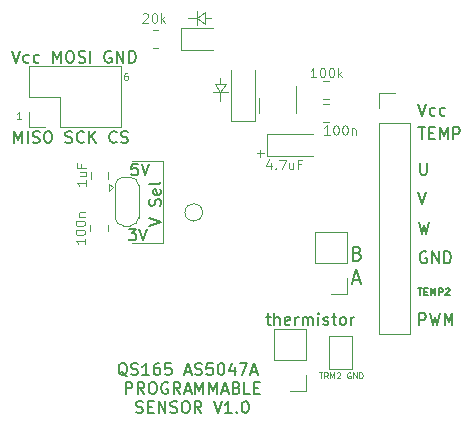
<source format=gbr>
%TF.GenerationSoftware,KiCad,Pcbnew,(6.0.7-1)-1*%
%TF.CreationDate,2023-01-22T12:43:28-05:00*%
%TF.ProjectId,atmega328,61746d65-6761-4333-9238-2e6b69636164,rev?*%
%TF.SameCoordinates,Original*%
%TF.FileFunction,Legend,Top*%
%TF.FilePolarity,Positive*%
%FSLAX46Y46*%
G04 Gerber Fmt 4.6, Leading zero omitted, Abs format (unit mm)*
G04 Created by KiCad (PCBNEW (6.0.7-1)-1) date 2023-01-22 12:43:28*
%MOMM*%
%LPD*%
G01*
G04 APERTURE LIST*
%ADD10C,0.150000*%
%ADD11C,0.120000*%
%ADD12C,0.125000*%
%ADD13C,0.080000*%
G04 APERTURE END LIST*
D10*
X164217860Y-96380950D02*
X164551190Y-95380950D01*
X165884530Y-95714280D02*
X166075000Y-95714280D01*
X165694050Y-95904760D02*
X165741670Y-95809520D01*
D11*
X146625200Y-93715600D02*
X147625200Y-93715600D01*
D10*
X165332150Y-111000000D02*
X165332150Y-111600000D01*
X164932150Y-111000000D02*
X165132150Y-111428570D01*
X165217860Y-96380950D02*
X165027380Y-96380950D01*
X166189290Y-111057140D02*
X166217860Y-111028570D01*
X164551190Y-108833330D02*
X164598810Y-108785710D01*
X164170240Y-107928570D02*
X164075000Y-108023810D01*
X165265480Y-98380950D02*
X164789290Y-98380950D01*
X166075000Y-108880950D02*
X166075000Y-107880950D01*
X166551190Y-108738090D02*
X166455960Y-108833330D01*
X167217860Y-97904760D02*
X166836910Y-97904760D01*
X166075000Y-95714280D02*
X166170240Y-95761900D01*
X164455960Y-107880950D02*
X164313100Y-107880950D01*
X164932150Y-95761900D02*
X165027380Y-95714280D01*
X165789290Y-95761900D02*
X165884530Y-95714280D01*
X164389290Y-111600000D02*
X164389290Y-111000000D01*
X164075000Y-108023810D02*
X164027380Y-108119050D01*
X165598810Y-108880950D02*
X165598810Y-107880950D01*
X166836910Y-98380950D02*
X166836910Y-97380950D01*
D11*
X147125200Y-93215600D02*
X147125200Y-93715600D01*
D10*
X165932150Y-111257140D02*
X165903570Y-111285710D01*
X164598810Y-101190470D02*
X164598810Y-100380950D01*
X165741670Y-95809520D02*
X165789290Y-95761900D01*
D11*
X145607685Y-104575000D02*
G75*
G03*
X145607685Y-104575000I-745185J0D01*
G01*
D10*
X165960720Y-111114280D02*
X165960720Y-111200000D01*
X164836910Y-95904760D02*
X164884530Y-95809520D01*
X164836910Y-96190470D02*
X164836910Y-95904760D01*
X164884530Y-96285710D02*
X164836910Y-96190470D01*
X166455960Y-108833330D02*
X166313100Y-108880950D01*
X165694050Y-97380950D02*
X166027380Y-98095240D01*
D11*
X145100000Y-88100000D02*
X145800000Y-88600000D01*
D10*
X165694050Y-96190470D02*
X165694050Y-95904760D01*
X165027380Y-96380950D02*
X164932150Y-96333330D01*
X164027380Y-108642860D02*
X164075000Y-108738090D01*
X165884530Y-96380950D02*
X165789290Y-96333330D01*
X165617860Y-111600000D02*
X165617860Y-111000000D01*
X164789290Y-97857140D02*
X165122620Y-97857140D01*
X163846430Y-111000000D02*
X164189290Y-111000000D01*
X166646430Y-108309520D02*
X166646430Y-108452380D01*
X164675000Y-111600000D02*
X164389290Y-111600000D01*
X166836910Y-97380950D02*
X167217860Y-97380950D01*
X164551190Y-106380950D02*
X164789290Y-105380950D01*
X166075000Y-107880950D02*
X166313100Y-107880950D01*
X167313100Y-97428570D02*
X167360720Y-97476190D01*
X166075000Y-96380950D02*
X165884530Y-96380950D01*
D11*
X145100000Y-88700000D02*
X145100000Y-88100000D01*
D10*
X164389290Y-111285710D02*
X164589290Y-111285710D01*
X165027380Y-95714280D02*
X165217860Y-95714280D01*
X166503570Y-111257140D02*
X166160720Y-111600000D01*
D11*
X145800000Y-87600000D02*
X145100000Y-88100000D01*
D10*
X167408340Y-97714280D02*
X167360720Y-97809520D01*
X166313100Y-108880950D02*
X166075000Y-108880950D01*
X164551190Y-107928570D02*
X164455960Y-107880950D01*
X166417860Y-111000000D02*
X166475000Y-111028570D01*
X167360720Y-97809520D02*
X167313100Y-97857140D01*
X166455960Y-107928570D02*
X166551190Y-108023810D01*
X166503570Y-111057140D02*
X166532150Y-111114280D01*
X165932150Y-111057140D02*
X165960720Y-111114280D01*
X165903570Y-111285710D02*
X165846430Y-111314280D01*
X166646430Y-108452380D02*
X166598810Y-108642860D01*
X164932150Y-111600000D02*
X164932150Y-111000000D01*
X164017860Y-111600000D02*
X164017860Y-111000000D01*
D11*
X145800000Y-88100000D02*
X146300000Y-88100000D01*
X145100000Y-87500000D02*
X145100000Y-88700000D01*
D10*
X164313100Y-108880950D02*
X164408340Y-108880950D01*
X164503570Y-101333330D02*
X164551190Y-101285710D01*
X165217860Y-95714280D02*
X165313100Y-95761900D01*
X163884530Y-95380950D02*
X164217860Y-96380950D01*
X164170240Y-108833330D02*
X164313100Y-108880950D01*
X165789290Y-96333330D02*
X165741670Y-96285710D01*
X164598810Y-108452380D02*
X164408340Y-108452380D01*
X166598810Y-108642860D02*
X166551190Y-108738090D01*
X164075000Y-101285710D02*
X164122620Y-101333330D01*
X165846430Y-111314280D02*
X165617860Y-111314280D01*
D11*
X139600000Y-100200000D02*
X142300000Y-100200000D01*
X144400000Y-88100000D02*
X145100000Y-88100000D01*
D10*
X164789290Y-98380950D02*
X164789290Y-97380950D01*
D11*
X147125200Y-94415600D02*
X147625200Y-93715600D01*
D10*
X166360720Y-97380950D02*
X166360720Y-98380950D01*
X165027380Y-108880950D02*
X165027380Y-107880950D01*
X166313100Y-107880950D02*
X166455960Y-107928570D01*
X165027380Y-107880950D02*
X165598810Y-108880950D01*
D11*
X146300000Y-88100000D02*
X145800000Y-88100000D01*
D10*
X166275000Y-111000000D02*
X166417860Y-111000000D01*
X164313100Y-107880950D02*
X164170240Y-107928570D01*
D11*
X147125200Y-93715600D02*
X147125200Y-93215600D01*
X147125200Y-95115600D02*
X147125200Y-94415600D01*
D10*
X165960720Y-111200000D02*
X165932150Y-111257140D01*
X166170240Y-96333330D02*
X166075000Y-96380950D01*
X164789290Y-97380950D02*
X165265480Y-97380950D01*
X164027380Y-101190470D02*
X164075000Y-101285710D01*
D11*
X146625200Y-93715600D02*
X147125200Y-94415600D01*
D10*
X166475000Y-111028570D02*
X166503570Y-111057140D01*
X165617860Y-111000000D02*
X165846430Y-111000000D01*
X167360720Y-97476190D02*
X167408340Y-97571430D01*
X163979760Y-108452380D02*
X164027380Y-108642860D01*
X164027380Y-108119050D02*
X163979760Y-108309520D01*
D11*
X145800000Y-87600000D02*
X145800000Y-88600000D01*
D10*
X164389290Y-111000000D02*
X164675000Y-111000000D01*
D11*
X142300000Y-100200000D02*
X142300000Y-107200000D01*
D10*
X165846430Y-111000000D02*
X165903570Y-111028570D01*
X166217860Y-111028570D02*
X166275000Y-111000000D01*
X163884530Y-102880950D02*
X164217860Y-103880950D01*
D11*
X142300000Y-107200000D02*
X139600000Y-107200000D01*
D10*
X164408340Y-108880950D02*
X164551190Y-108833330D01*
D11*
X146525200Y-94415600D02*
X147725200Y-94415600D01*
D10*
X166551190Y-108023810D02*
X166598810Y-108119050D01*
X167313100Y-97857140D02*
X167217860Y-97904760D01*
X164408340Y-101380950D02*
X164503570Y-101333330D01*
X165694050Y-98380950D02*
X165694050Y-97380950D01*
X163932150Y-105380950D02*
X164170240Y-106380950D01*
X166532150Y-111171430D02*
X166503570Y-111257140D01*
X164551190Y-101285710D02*
X164598810Y-101190470D01*
X164360720Y-105666670D02*
X164551190Y-106380950D01*
X167217860Y-97380950D02*
X167313100Y-97428570D01*
X165132150Y-111428570D02*
X165332150Y-111000000D01*
X166027380Y-98095240D02*
X166360720Y-97380950D01*
X166598810Y-108119050D02*
X166646430Y-108309520D01*
X164884530Y-95809520D02*
X164932150Y-95761900D01*
X166160720Y-111600000D02*
X166532150Y-111600000D01*
X164075000Y-108738090D02*
X164170240Y-108833330D01*
X164122620Y-101333330D02*
X164217860Y-101380950D01*
X163979760Y-108309520D02*
X163979760Y-108452380D01*
X163884530Y-97380950D02*
X164455960Y-97380950D01*
X165903570Y-111028570D02*
X165932150Y-111057140D01*
X165313100Y-96333330D02*
X165217860Y-96380950D01*
X164027380Y-100380950D02*
X164027380Y-101190470D01*
X167408340Y-97571430D02*
X167408340Y-97714280D01*
X164217860Y-101380950D02*
X164408340Y-101380950D01*
X165741670Y-96285710D02*
X165694050Y-96190470D01*
X164932150Y-96333330D02*
X164884530Y-96285710D01*
X166532150Y-111114280D02*
X166532150Y-111171430D01*
X164598810Y-108785710D02*
X164598810Y-108452380D01*
X164217860Y-103880950D02*
X164551190Y-102880950D01*
D11*
X147725200Y-94415600D02*
X147125200Y-94415600D01*
D10*
X164170240Y-98380950D02*
X164170240Y-97380950D01*
X164170240Y-106380950D02*
X164360720Y-105666670D01*
D12*
X155480952Y-118126190D02*
X155766666Y-118126190D01*
X155623809Y-118626190D02*
X155623809Y-118126190D01*
X156219047Y-118626190D02*
X156052380Y-118388095D01*
X155933333Y-118626190D02*
X155933333Y-118126190D01*
X156123809Y-118126190D01*
X156171428Y-118150000D01*
X156195238Y-118173809D01*
X156219047Y-118221428D01*
X156219047Y-118292857D01*
X156195238Y-118340476D01*
X156171428Y-118364285D01*
X156123809Y-118388095D01*
X155933333Y-118388095D01*
X156433333Y-118626190D02*
X156433333Y-118126190D01*
X156600000Y-118483333D01*
X156766666Y-118126190D01*
X156766666Y-118626190D01*
X156980952Y-118173809D02*
X157004761Y-118150000D01*
X157052380Y-118126190D01*
X157171428Y-118126190D01*
X157219047Y-118150000D01*
X157242857Y-118173809D01*
X157266666Y-118221428D01*
X157266666Y-118269047D01*
X157242857Y-118340476D01*
X156957142Y-118626190D01*
X157266666Y-118626190D01*
X158123809Y-118150000D02*
X158076190Y-118126190D01*
X158004761Y-118126190D01*
X157933333Y-118150000D01*
X157885714Y-118197619D01*
X157861904Y-118245238D01*
X157838095Y-118340476D01*
X157838095Y-118411904D01*
X157861904Y-118507142D01*
X157885714Y-118554761D01*
X157933333Y-118602380D01*
X158004761Y-118626190D01*
X158052380Y-118626190D01*
X158123809Y-118602380D01*
X158147619Y-118578571D01*
X158147619Y-118411904D01*
X158052380Y-118411904D01*
X158361904Y-118626190D02*
X158361904Y-118126190D01*
X158647619Y-118626190D01*
X158647619Y-118126190D01*
X158885714Y-118626190D02*
X158885714Y-118126190D01*
X159004761Y-118126190D01*
X159076190Y-118150000D01*
X159123809Y-118197619D01*
X159147619Y-118245238D01*
X159171428Y-118340476D01*
X159171428Y-118411904D01*
X159147619Y-118507142D01*
X159123809Y-118554761D01*
X159076190Y-118602380D01*
X159004761Y-118626190D01*
X158885714Y-118626190D01*
D13*
X135761904Y-101851190D02*
X135761904Y-102308333D01*
X135761904Y-102079761D02*
X134961904Y-102079761D01*
X135076190Y-102155952D01*
X135152380Y-102232142D01*
X135190476Y-102308333D01*
X135228571Y-101165476D02*
X135761904Y-101165476D01*
X135228571Y-101508333D02*
X135647619Y-101508333D01*
X135723809Y-101470238D01*
X135761904Y-101394047D01*
X135761904Y-101279761D01*
X135723809Y-101203571D01*
X135685714Y-101165476D01*
X135342857Y-100517857D02*
X135342857Y-100784523D01*
X135761904Y-100784523D02*
X134961904Y-100784523D01*
X134961904Y-100403571D01*
D10*
X163963098Y-114130950D02*
X163963098Y-113130950D01*
X164344050Y-113130950D01*
X164439288Y-113178570D01*
X164486907Y-113226189D01*
X164534526Y-113321427D01*
X164534526Y-113464284D01*
X164486907Y-113559522D01*
X164439288Y-113607141D01*
X164344050Y-113654760D01*
X163963098Y-113654760D01*
X164867860Y-113130950D02*
X165105955Y-114130950D01*
X165296431Y-113416665D01*
X165486907Y-114130950D01*
X165725002Y-113130950D01*
X166105955Y-114130950D02*
X166105955Y-113130950D01*
X166439288Y-113845236D01*
X166772621Y-113130950D01*
X166772621Y-114130950D01*
X139363095Y-105952380D02*
X139982142Y-105952380D01*
X139648809Y-106333333D01*
X139791666Y-106333333D01*
X139886904Y-106380952D01*
X139934523Y-106428571D01*
X139982142Y-106523809D01*
X139982142Y-106761904D01*
X139934523Y-106857142D01*
X139886904Y-106904761D01*
X139791666Y-106952380D01*
X139505952Y-106952380D01*
X139410714Y-106904761D01*
X139363095Y-106857142D01*
X140267857Y-105952380D02*
X140601190Y-106952380D01*
X140934523Y-105952380D01*
D13*
X135661904Y-106795238D02*
X135661904Y-107252380D01*
X135661904Y-107023809D02*
X134861904Y-107023809D01*
X134976190Y-107100000D01*
X135052380Y-107176190D01*
X135090476Y-107252380D01*
X134861904Y-106300000D02*
X134861904Y-106223809D01*
X134900000Y-106147619D01*
X134938095Y-106109523D01*
X135014285Y-106071428D01*
X135166666Y-106033333D01*
X135357142Y-106033333D01*
X135509523Y-106071428D01*
X135585714Y-106109523D01*
X135623809Y-106147619D01*
X135661904Y-106223809D01*
X135661904Y-106300000D01*
X135623809Y-106376190D01*
X135585714Y-106414285D01*
X135509523Y-106452380D01*
X135357142Y-106490476D01*
X135166666Y-106490476D01*
X135014285Y-106452380D01*
X134938095Y-106414285D01*
X134900000Y-106376190D01*
X134861904Y-106300000D01*
X134861904Y-105538095D02*
X134861904Y-105461904D01*
X134900000Y-105385714D01*
X134938095Y-105347619D01*
X135014285Y-105309523D01*
X135166666Y-105271428D01*
X135357142Y-105271428D01*
X135509523Y-105309523D01*
X135585714Y-105347619D01*
X135623809Y-105385714D01*
X135661904Y-105461904D01*
X135661904Y-105538095D01*
X135623809Y-105614285D01*
X135585714Y-105652380D01*
X135509523Y-105690476D01*
X135357142Y-105728571D01*
X135166666Y-105728571D01*
X135014285Y-105690476D01*
X134938095Y-105652380D01*
X134900000Y-105614285D01*
X134861904Y-105538095D01*
X135128571Y-104928571D02*
X135661904Y-104928571D01*
X135204761Y-104928571D02*
X135166666Y-104890476D01*
X135128571Y-104814285D01*
X135128571Y-104700000D01*
X135166666Y-104623809D01*
X135242857Y-104585714D01*
X135661904Y-104585714D01*
D10*
X129489285Y-90902380D02*
X129822619Y-91902380D01*
X130155952Y-90902380D01*
X130917857Y-91854761D02*
X130822619Y-91902380D01*
X130632142Y-91902380D01*
X130536904Y-91854761D01*
X130489285Y-91807142D01*
X130441666Y-91711904D01*
X130441666Y-91426190D01*
X130489285Y-91330952D01*
X130536904Y-91283333D01*
X130632142Y-91235714D01*
X130822619Y-91235714D01*
X130917857Y-91283333D01*
X131775000Y-91854761D02*
X131679761Y-91902380D01*
X131489285Y-91902380D01*
X131394047Y-91854761D01*
X131346428Y-91807142D01*
X131298809Y-91711904D01*
X131298809Y-91426190D01*
X131346428Y-91330952D01*
X131394047Y-91283333D01*
X131489285Y-91235714D01*
X131679761Y-91235714D01*
X131775000Y-91283333D01*
X132965476Y-91902380D02*
X132965476Y-90902380D01*
X133298809Y-91616666D01*
X133632142Y-90902380D01*
X133632142Y-91902380D01*
X134298809Y-90902380D02*
X134489285Y-90902380D01*
X134584523Y-90950000D01*
X134679761Y-91045238D01*
X134727380Y-91235714D01*
X134727380Y-91569047D01*
X134679761Y-91759523D01*
X134584523Y-91854761D01*
X134489285Y-91902380D01*
X134298809Y-91902380D01*
X134203571Y-91854761D01*
X134108333Y-91759523D01*
X134060714Y-91569047D01*
X134060714Y-91235714D01*
X134108333Y-91045238D01*
X134203571Y-90950000D01*
X134298809Y-90902380D01*
X135108333Y-91854761D02*
X135251190Y-91902380D01*
X135489285Y-91902380D01*
X135584523Y-91854761D01*
X135632142Y-91807142D01*
X135679761Y-91711904D01*
X135679761Y-91616666D01*
X135632142Y-91521428D01*
X135584523Y-91473809D01*
X135489285Y-91426190D01*
X135298809Y-91378571D01*
X135203571Y-91330952D01*
X135155952Y-91283333D01*
X135108333Y-91188095D01*
X135108333Y-91092857D01*
X135155952Y-90997619D01*
X135203571Y-90950000D01*
X135298809Y-90902380D01*
X135536904Y-90902380D01*
X135679761Y-90950000D01*
X136108333Y-91902380D02*
X136108333Y-90902380D01*
X137870238Y-90950000D02*
X137775000Y-90902380D01*
X137632142Y-90902380D01*
X137489285Y-90950000D01*
X137394047Y-91045238D01*
X137346428Y-91140476D01*
X137298809Y-91330952D01*
X137298809Y-91473809D01*
X137346428Y-91664285D01*
X137394047Y-91759523D01*
X137489285Y-91854761D01*
X137632142Y-91902380D01*
X137727380Y-91902380D01*
X137870238Y-91854761D01*
X137917857Y-91807142D01*
X137917857Y-91473809D01*
X137727380Y-91473809D01*
X138346428Y-91902380D02*
X138346428Y-90902380D01*
X138917857Y-91902380D01*
X138917857Y-90902380D01*
X139394047Y-91902380D02*
X139394047Y-90902380D01*
X139632142Y-90902380D01*
X139775000Y-90950000D01*
X139870238Y-91045238D01*
X139917857Y-91140476D01*
X139965476Y-91330952D01*
X139965476Y-91473809D01*
X139917857Y-91664285D01*
X139870238Y-91759523D01*
X139775000Y-91854761D01*
X139632142Y-91902380D01*
X139394047Y-91902380D01*
X141077380Y-105730952D02*
X142077380Y-105397619D01*
X141077380Y-105064285D01*
X142029761Y-104016666D02*
X142077380Y-103873809D01*
X142077380Y-103635714D01*
X142029761Y-103540476D01*
X141982142Y-103492857D01*
X141886904Y-103445238D01*
X141791666Y-103445238D01*
X141696428Y-103492857D01*
X141648809Y-103540476D01*
X141601190Y-103635714D01*
X141553571Y-103826190D01*
X141505952Y-103921428D01*
X141458333Y-103969047D01*
X141363095Y-104016666D01*
X141267857Y-104016666D01*
X141172619Y-103969047D01*
X141125000Y-103921428D01*
X141077380Y-103826190D01*
X141077380Y-103588095D01*
X141125000Y-103445238D01*
X142029761Y-102635714D02*
X142077380Y-102730952D01*
X142077380Y-102921428D01*
X142029761Y-103016666D01*
X141934523Y-103064285D01*
X141553571Y-103064285D01*
X141458333Y-103016666D01*
X141410714Y-102921428D01*
X141410714Y-102730952D01*
X141458333Y-102635714D01*
X141553571Y-102588095D01*
X141648809Y-102588095D01*
X141744047Y-103064285D01*
X142077380Y-102016666D02*
X142029761Y-102111904D01*
X141934523Y-102159523D01*
X141077380Y-102159523D01*
D13*
X155217857Y-93136904D02*
X154760714Y-93136904D01*
X154989285Y-93136904D02*
X154989285Y-92336904D01*
X154913095Y-92451190D01*
X154836904Y-92527380D01*
X154760714Y-92565476D01*
X155713095Y-92336904D02*
X155789285Y-92336904D01*
X155865476Y-92375000D01*
X155903571Y-92413095D01*
X155941666Y-92489285D01*
X155979761Y-92641666D01*
X155979761Y-92832142D01*
X155941666Y-92984523D01*
X155903571Y-93060714D01*
X155865476Y-93098809D01*
X155789285Y-93136904D01*
X155713095Y-93136904D01*
X155636904Y-93098809D01*
X155598809Y-93060714D01*
X155560714Y-92984523D01*
X155522619Y-92832142D01*
X155522619Y-92641666D01*
X155560714Y-92489285D01*
X155598809Y-92413095D01*
X155636904Y-92375000D01*
X155713095Y-92336904D01*
X156475000Y-92336904D02*
X156551190Y-92336904D01*
X156627380Y-92375000D01*
X156665476Y-92413095D01*
X156703571Y-92489285D01*
X156741666Y-92641666D01*
X156741666Y-92832142D01*
X156703571Y-92984523D01*
X156665476Y-93060714D01*
X156627380Y-93098809D01*
X156551190Y-93136904D01*
X156475000Y-93136904D01*
X156398809Y-93098809D01*
X156360714Y-93060714D01*
X156322619Y-92984523D01*
X156284523Y-92832142D01*
X156284523Y-92641666D01*
X156322619Y-92489285D01*
X156360714Y-92413095D01*
X156398809Y-92375000D01*
X156475000Y-92336904D01*
X157084523Y-93136904D02*
X157084523Y-92336904D01*
X157160714Y-92832142D02*
X157389285Y-93136904D01*
X157389285Y-92603571D02*
X157084523Y-92908333D01*
X139239285Y-92771428D02*
X139125000Y-92771428D01*
X139067857Y-92800000D01*
X139039285Y-92828571D01*
X138982142Y-92914285D01*
X138953571Y-93028571D01*
X138953571Y-93257142D01*
X138982142Y-93314285D01*
X139010714Y-93342857D01*
X139067857Y-93371428D01*
X139182142Y-93371428D01*
X139239285Y-93342857D01*
X139267857Y-93314285D01*
X139296428Y-93257142D01*
X139296428Y-93114285D01*
X139267857Y-93057142D01*
X139239285Y-93028571D01*
X139182142Y-93000000D01*
X139067857Y-93000000D01*
X139010714Y-93028571D01*
X138982142Y-93057142D01*
X138953571Y-93114285D01*
X130221428Y-96671428D02*
X129878571Y-96671428D01*
X130050000Y-96671428D02*
X130050000Y-96071428D01*
X129992857Y-96157142D01*
X129935714Y-96214285D01*
X129878571Y-96242857D01*
X156379761Y-97986904D02*
X155922619Y-97986904D01*
X156151190Y-97986904D02*
X156151190Y-97186904D01*
X156075000Y-97301190D01*
X155998809Y-97377380D01*
X155922619Y-97415476D01*
X156875000Y-97186904D02*
X156951190Y-97186904D01*
X157027380Y-97225000D01*
X157065476Y-97263095D01*
X157103571Y-97339285D01*
X157141666Y-97491666D01*
X157141666Y-97682142D01*
X157103571Y-97834523D01*
X157065476Y-97910714D01*
X157027380Y-97948809D01*
X156951190Y-97986904D01*
X156875000Y-97986904D01*
X156798809Y-97948809D01*
X156760714Y-97910714D01*
X156722619Y-97834523D01*
X156684523Y-97682142D01*
X156684523Y-97491666D01*
X156722619Y-97339285D01*
X156760714Y-97263095D01*
X156798809Y-97225000D01*
X156875000Y-97186904D01*
X157636904Y-97186904D02*
X157713095Y-97186904D01*
X157789285Y-97225000D01*
X157827380Y-97263095D01*
X157865476Y-97339285D01*
X157903571Y-97491666D01*
X157903571Y-97682142D01*
X157865476Y-97834523D01*
X157827380Y-97910714D01*
X157789285Y-97948809D01*
X157713095Y-97986904D01*
X157636904Y-97986904D01*
X157560714Y-97948809D01*
X157522619Y-97910714D01*
X157484523Y-97834523D01*
X157446428Y-97682142D01*
X157446428Y-97491666D01*
X157484523Y-97339285D01*
X157522619Y-97263095D01*
X157560714Y-97225000D01*
X157636904Y-97186904D01*
X158246428Y-97453571D02*
X158246428Y-97986904D01*
X158246428Y-97529761D02*
X158284523Y-97491666D01*
X158360714Y-97453571D01*
X158475000Y-97453571D01*
X158551190Y-97491666D01*
X158589285Y-97567857D01*
X158589285Y-97986904D01*
X151401190Y-100378571D02*
X151401190Y-100911904D01*
X151210714Y-100073809D02*
X151020238Y-100645238D01*
X151515476Y-100645238D01*
X151820238Y-100835714D02*
X151858333Y-100873809D01*
X151820238Y-100911904D01*
X151782142Y-100873809D01*
X151820238Y-100835714D01*
X151820238Y-100911904D01*
X152125000Y-100111904D02*
X152658333Y-100111904D01*
X152315476Y-100911904D01*
X153305952Y-100378571D02*
X153305952Y-100911904D01*
X152963095Y-100378571D02*
X152963095Y-100797619D01*
X153001190Y-100873809D01*
X153077380Y-100911904D01*
X153191666Y-100911904D01*
X153267857Y-100873809D01*
X153305952Y-100835714D01*
X153953571Y-100492857D02*
X153686904Y-100492857D01*
X153686904Y-100911904D02*
X153686904Y-100111904D01*
X154067857Y-100111904D01*
D10*
X158710714Y-108048285D02*
X158882142Y-108105428D01*
X158939285Y-108162571D01*
X158996428Y-108276857D01*
X158996428Y-108448285D01*
X158939285Y-108562571D01*
X158882142Y-108619714D01*
X158767857Y-108676857D01*
X158310714Y-108676857D01*
X158310714Y-107476857D01*
X158710714Y-107476857D01*
X158825000Y-107534000D01*
X158882142Y-107591142D01*
X158939285Y-107705428D01*
X158939285Y-107819714D01*
X158882142Y-107934000D01*
X158825000Y-107991142D01*
X158710714Y-108048285D01*
X158310714Y-108048285D01*
X158339285Y-110266000D02*
X158910714Y-110266000D01*
X158225000Y-110608857D02*
X158625000Y-109408857D01*
X159025000Y-110608857D01*
D13*
X150195238Y-99557142D02*
X150804761Y-99557142D01*
X150500000Y-99861904D02*
X150500000Y-99252380D01*
D10*
X140109523Y-100452380D02*
X139633333Y-100452380D01*
X139585714Y-100928571D01*
X139633333Y-100880952D01*
X139728571Y-100833333D01*
X139966666Y-100833333D01*
X140061904Y-100880952D01*
X140109523Y-100928571D01*
X140157142Y-101023809D01*
X140157142Y-101261904D01*
X140109523Y-101357142D01*
X140061904Y-101404761D01*
X139966666Y-101452380D01*
X139728571Y-101452380D01*
X139633333Y-101404761D01*
X139585714Y-101357142D01*
X140442857Y-100452380D02*
X140776190Y-101452380D01*
X141109523Y-100452380D01*
X139226190Y-118437619D02*
X139130952Y-118390000D01*
X139035714Y-118294761D01*
X138892857Y-118151904D01*
X138797619Y-118104285D01*
X138702380Y-118104285D01*
X138750000Y-118342380D02*
X138654761Y-118294761D01*
X138559523Y-118199523D01*
X138511904Y-118009047D01*
X138511904Y-117675714D01*
X138559523Y-117485238D01*
X138654761Y-117390000D01*
X138750000Y-117342380D01*
X138940476Y-117342380D01*
X139035714Y-117390000D01*
X139130952Y-117485238D01*
X139178571Y-117675714D01*
X139178571Y-118009047D01*
X139130952Y-118199523D01*
X139035714Y-118294761D01*
X138940476Y-118342380D01*
X138750000Y-118342380D01*
X139559523Y-118294761D02*
X139702380Y-118342380D01*
X139940476Y-118342380D01*
X140035714Y-118294761D01*
X140083333Y-118247142D01*
X140130952Y-118151904D01*
X140130952Y-118056666D01*
X140083333Y-117961428D01*
X140035714Y-117913809D01*
X139940476Y-117866190D01*
X139750000Y-117818571D01*
X139654761Y-117770952D01*
X139607142Y-117723333D01*
X139559523Y-117628095D01*
X139559523Y-117532857D01*
X139607142Y-117437619D01*
X139654761Y-117390000D01*
X139750000Y-117342380D01*
X139988095Y-117342380D01*
X140130952Y-117390000D01*
X141083333Y-118342380D02*
X140511904Y-118342380D01*
X140797619Y-118342380D02*
X140797619Y-117342380D01*
X140702380Y-117485238D01*
X140607142Y-117580476D01*
X140511904Y-117628095D01*
X141940476Y-117342380D02*
X141750000Y-117342380D01*
X141654761Y-117390000D01*
X141607142Y-117437619D01*
X141511904Y-117580476D01*
X141464285Y-117770952D01*
X141464285Y-118151904D01*
X141511904Y-118247142D01*
X141559523Y-118294761D01*
X141654761Y-118342380D01*
X141845238Y-118342380D01*
X141940476Y-118294761D01*
X141988095Y-118247142D01*
X142035714Y-118151904D01*
X142035714Y-117913809D01*
X141988095Y-117818571D01*
X141940476Y-117770952D01*
X141845238Y-117723333D01*
X141654761Y-117723333D01*
X141559523Y-117770952D01*
X141511904Y-117818571D01*
X141464285Y-117913809D01*
X142940476Y-117342380D02*
X142464285Y-117342380D01*
X142416666Y-117818571D01*
X142464285Y-117770952D01*
X142559523Y-117723333D01*
X142797619Y-117723333D01*
X142892857Y-117770952D01*
X142940476Y-117818571D01*
X142988095Y-117913809D01*
X142988095Y-118151904D01*
X142940476Y-118247142D01*
X142892857Y-118294761D01*
X142797619Y-118342380D01*
X142559523Y-118342380D01*
X142464285Y-118294761D01*
X142416666Y-118247142D01*
X144130952Y-118056666D02*
X144607142Y-118056666D01*
X144035714Y-118342380D02*
X144369047Y-117342380D01*
X144702380Y-118342380D01*
X144988095Y-118294761D02*
X145130952Y-118342380D01*
X145369047Y-118342380D01*
X145464285Y-118294761D01*
X145511904Y-118247142D01*
X145559523Y-118151904D01*
X145559523Y-118056666D01*
X145511904Y-117961428D01*
X145464285Y-117913809D01*
X145369047Y-117866190D01*
X145178571Y-117818571D01*
X145083333Y-117770952D01*
X145035714Y-117723333D01*
X144988095Y-117628095D01*
X144988095Y-117532857D01*
X145035714Y-117437619D01*
X145083333Y-117390000D01*
X145178571Y-117342380D01*
X145416666Y-117342380D01*
X145559523Y-117390000D01*
X146464285Y-117342380D02*
X145988095Y-117342380D01*
X145940476Y-117818571D01*
X145988095Y-117770952D01*
X146083333Y-117723333D01*
X146321428Y-117723333D01*
X146416666Y-117770952D01*
X146464285Y-117818571D01*
X146511904Y-117913809D01*
X146511904Y-118151904D01*
X146464285Y-118247142D01*
X146416666Y-118294761D01*
X146321428Y-118342380D01*
X146083333Y-118342380D01*
X145988095Y-118294761D01*
X145940476Y-118247142D01*
X147130952Y-117342380D02*
X147226190Y-117342380D01*
X147321428Y-117390000D01*
X147369047Y-117437619D01*
X147416666Y-117532857D01*
X147464285Y-117723333D01*
X147464285Y-117961428D01*
X147416666Y-118151904D01*
X147369047Y-118247142D01*
X147321428Y-118294761D01*
X147226190Y-118342380D01*
X147130952Y-118342380D01*
X147035714Y-118294761D01*
X146988095Y-118247142D01*
X146940476Y-118151904D01*
X146892857Y-117961428D01*
X146892857Y-117723333D01*
X146940476Y-117532857D01*
X146988095Y-117437619D01*
X147035714Y-117390000D01*
X147130952Y-117342380D01*
X148321428Y-117675714D02*
X148321428Y-118342380D01*
X148083333Y-117294761D02*
X147845238Y-118009047D01*
X148464285Y-118009047D01*
X148750000Y-117342380D02*
X149416666Y-117342380D01*
X148988095Y-118342380D01*
X149750000Y-118056666D02*
X150226190Y-118056666D01*
X149654761Y-118342380D02*
X149988095Y-117342380D01*
X150321428Y-118342380D01*
X139107142Y-119952380D02*
X139107142Y-118952380D01*
X139488095Y-118952380D01*
X139583333Y-119000000D01*
X139630952Y-119047619D01*
X139678571Y-119142857D01*
X139678571Y-119285714D01*
X139630952Y-119380952D01*
X139583333Y-119428571D01*
X139488095Y-119476190D01*
X139107142Y-119476190D01*
X140678571Y-119952380D02*
X140345238Y-119476190D01*
X140107142Y-119952380D02*
X140107142Y-118952380D01*
X140488095Y-118952380D01*
X140583333Y-119000000D01*
X140630952Y-119047619D01*
X140678571Y-119142857D01*
X140678571Y-119285714D01*
X140630952Y-119380952D01*
X140583333Y-119428571D01*
X140488095Y-119476190D01*
X140107142Y-119476190D01*
X141297619Y-118952380D02*
X141488095Y-118952380D01*
X141583333Y-119000000D01*
X141678571Y-119095238D01*
X141726190Y-119285714D01*
X141726190Y-119619047D01*
X141678571Y-119809523D01*
X141583333Y-119904761D01*
X141488095Y-119952380D01*
X141297619Y-119952380D01*
X141202380Y-119904761D01*
X141107142Y-119809523D01*
X141059523Y-119619047D01*
X141059523Y-119285714D01*
X141107142Y-119095238D01*
X141202380Y-119000000D01*
X141297619Y-118952380D01*
X142678571Y-119000000D02*
X142583333Y-118952380D01*
X142440476Y-118952380D01*
X142297619Y-119000000D01*
X142202380Y-119095238D01*
X142154761Y-119190476D01*
X142107142Y-119380952D01*
X142107142Y-119523809D01*
X142154761Y-119714285D01*
X142202380Y-119809523D01*
X142297619Y-119904761D01*
X142440476Y-119952380D01*
X142535714Y-119952380D01*
X142678571Y-119904761D01*
X142726190Y-119857142D01*
X142726190Y-119523809D01*
X142535714Y-119523809D01*
X143726190Y-119952380D02*
X143392857Y-119476190D01*
X143154761Y-119952380D02*
X143154761Y-118952380D01*
X143535714Y-118952380D01*
X143630952Y-119000000D01*
X143678571Y-119047619D01*
X143726190Y-119142857D01*
X143726190Y-119285714D01*
X143678571Y-119380952D01*
X143630952Y-119428571D01*
X143535714Y-119476190D01*
X143154761Y-119476190D01*
X144107142Y-119666666D02*
X144583333Y-119666666D01*
X144011904Y-119952380D02*
X144345238Y-118952380D01*
X144678571Y-119952380D01*
X145011904Y-119952380D02*
X145011904Y-118952380D01*
X145345238Y-119666666D01*
X145678571Y-118952380D01*
X145678571Y-119952380D01*
X146154761Y-119952380D02*
X146154761Y-118952380D01*
X146488095Y-119666666D01*
X146821428Y-118952380D01*
X146821428Y-119952380D01*
X147250000Y-119666666D02*
X147726190Y-119666666D01*
X147154761Y-119952380D02*
X147488095Y-118952380D01*
X147821428Y-119952380D01*
X148488095Y-119428571D02*
X148630952Y-119476190D01*
X148678571Y-119523809D01*
X148726190Y-119619047D01*
X148726190Y-119761904D01*
X148678571Y-119857142D01*
X148630952Y-119904761D01*
X148535714Y-119952380D01*
X148154761Y-119952380D01*
X148154761Y-118952380D01*
X148488095Y-118952380D01*
X148583333Y-119000000D01*
X148630952Y-119047619D01*
X148678571Y-119142857D01*
X148678571Y-119238095D01*
X148630952Y-119333333D01*
X148583333Y-119380952D01*
X148488095Y-119428571D01*
X148154761Y-119428571D01*
X149630952Y-119952380D02*
X149154761Y-119952380D01*
X149154761Y-118952380D01*
X149964285Y-119428571D02*
X150297619Y-119428571D01*
X150440476Y-119952380D02*
X149964285Y-119952380D01*
X149964285Y-118952380D01*
X150440476Y-118952380D01*
X139988095Y-121514761D02*
X140130952Y-121562380D01*
X140369047Y-121562380D01*
X140464285Y-121514761D01*
X140511904Y-121467142D01*
X140559523Y-121371904D01*
X140559523Y-121276666D01*
X140511904Y-121181428D01*
X140464285Y-121133809D01*
X140369047Y-121086190D01*
X140178571Y-121038571D01*
X140083333Y-120990952D01*
X140035714Y-120943333D01*
X139988095Y-120848095D01*
X139988095Y-120752857D01*
X140035714Y-120657619D01*
X140083333Y-120610000D01*
X140178571Y-120562380D01*
X140416666Y-120562380D01*
X140559523Y-120610000D01*
X140988095Y-121038571D02*
X141321428Y-121038571D01*
X141464285Y-121562380D02*
X140988095Y-121562380D01*
X140988095Y-120562380D01*
X141464285Y-120562380D01*
X141892857Y-121562380D02*
X141892857Y-120562380D01*
X142464285Y-121562380D01*
X142464285Y-120562380D01*
X142892857Y-121514761D02*
X143035714Y-121562380D01*
X143273809Y-121562380D01*
X143369047Y-121514761D01*
X143416666Y-121467142D01*
X143464285Y-121371904D01*
X143464285Y-121276666D01*
X143416666Y-121181428D01*
X143369047Y-121133809D01*
X143273809Y-121086190D01*
X143083333Y-121038571D01*
X142988095Y-120990952D01*
X142940476Y-120943333D01*
X142892857Y-120848095D01*
X142892857Y-120752857D01*
X142940476Y-120657619D01*
X142988095Y-120610000D01*
X143083333Y-120562380D01*
X143321428Y-120562380D01*
X143464285Y-120610000D01*
X144083333Y-120562380D02*
X144273809Y-120562380D01*
X144369047Y-120610000D01*
X144464285Y-120705238D01*
X144511904Y-120895714D01*
X144511904Y-121229047D01*
X144464285Y-121419523D01*
X144369047Y-121514761D01*
X144273809Y-121562380D01*
X144083333Y-121562380D01*
X143988095Y-121514761D01*
X143892857Y-121419523D01*
X143845238Y-121229047D01*
X143845238Y-120895714D01*
X143892857Y-120705238D01*
X143988095Y-120610000D01*
X144083333Y-120562380D01*
X145511904Y-121562380D02*
X145178571Y-121086190D01*
X144940476Y-121562380D02*
X144940476Y-120562380D01*
X145321428Y-120562380D01*
X145416666Y-120610000D01*
X145464285Y-120657619D01*
X145511904Y-120752857D01*
X145511904Y-120895714D01*
X145464285Y-120990952D01*
X145416666Y-121038571D01*
X145321428Y-121086190D01*
X144940476Y-121086190D01*
X146559523Y-120562380D02*
X146892857Y-121562380D01*
X147226190Y-120562380D01*
X148083333Y-121562380D02*
X147511904Y-121562380D01*
X147797619Y-121562380D02*
X147797619Y-120562380D01*
X147702380Y-120705238D01*
X147607142Y-120800476D01*
X147511904Y-120848095D01*
X148511904Y-121467142D02*
X148559523Y-121514761D01*
X148511904Y-121562380D01*
X148464285Y-121514761D01*
X148511904Y-121467142D01*
X148511904Y-121562380D01*
X149178571Y-120562380D02*
X149273809Y-120562380D01*
X149369047Y-120610000D01*
X149416666Y-120657619D01*
X149464285Y-120752857D01*
X149511904Y-120943333D01*
X149511904Y-121181428D01*
X149464285Y-121371904D01*
X149416666Y-121467142D01*
X149369047Y-121514761D01*
X149273809Y-121562380D01*
X149178571Y-121562380D01*
X149083333Y-121514761D01*
X149035714Y-121467142D01*
X148988095Y-121371904D01*
X148940476Y-121181428D01*
X148940476Y-120943333D01*
X148988095Y-120752857D01*
X149035714Y-120657619D01*
X149083333Y-120610000D01*
X149178571Y-120562380D01*
X150986904Y-113435714D02*
X151367857Y-113435714D01*
X151129761Y-113102380D02*
X151129761Y-113959523D01*
X151177380Y-114054761D01*
X151272619Y-114102380D01*
X151367857Y-114102380D01*
X151701190Y-114102380D02*
X151701190Y-113102380D01*
X152129761Y-114102380D02*
X152129761Y-113578571D01*
X152082142Y-113483333D01*
X151986904Y-113435714D01*
X151844047Y-113435714D01*
X151748809Y-113483333D01*
X151701190Y-113530952D01*
X152986904Y-114054761D02*
X152891666Y-114102380D01*
X152701190Y-114102380D01*
X152605952Y-114054761D01*
X152558333Y-113959523D01*
X152558333Y-113578571D01*
X152605952Y-113483333D01*
X152701190Y-113435714D01*
X152891666Y-113435714D01*
X152986904Y-113483333D01*
X153034523Y-113578571D01*
X153034523Y-113673809D01*
X152558333Y-113769047D01*
X153463095Y-114102380D02*
X153463095Y-113435714D01*
X153463095Y-113626190D02*
X153510714Y-113530952D01*
X153558333Y-113483333D01*
X153653571Y-113435714D01*
X153748809Y-113435714D01*
X154082142Y-114102380D02*
X154082142Y-113435714D01*
X154082142Y-113530952D02*
X154129761Y-113483333D01*
X154225000Y-113435714D01*
X154367857Y-113435714D01*
X154463095Y-113483333D01*
X154510714Y-113578571D01*
X154510714Y-114102380D01*
X154510714Y-113578571D02*
X154558333Y-113483333D01*
X154653571Y-113435714D01*
X154796428Y-113435714D01*
X154891666Y-113483333D01*
X154939285Y-113578571D01*
X154939285Y-114102380D01*
X155415476Y-114102380D02*
X155415476Y-113435714D01*
X155415476Y-113102380D02*
X155367857Y-113150000D01*
X155415476Y-113197619D01*
X155463095Y-113150000D01*
X155415476Y-113102380D01*
X155415476Y-113197619D01*
X155844047Y-114054761D02*
X155939285Y-114102380D01*
X156129761Y-114102380D01*
X156225000Y-114054761D01*
X156272619Y-113959523D01*
X156272619Y-113911904D01*
X156225000Y-113816666D01*
X156129761Y-113769047D01*
X155986904Y-113769047D01*
X155891666Y-113721428D01*
X155844047Y-113626190D01*
X155844047Y-113578571D01*
X155891666Y-113483333D01*
X155986904Y-113435714D01*
X156129761Y-113435714D01*
X156225000Y-113483333D01*
X156558333Y-113435714D02*
X156939285Y-113435714D01*
X156701190Y-113102380D02*
X156701190Y-113959523D01*
X156748809Y-114054761D01*
X156844047Y-114102380D01*
X156939285Y-114102380D01*
X157415476Y-114102380D02*
X157320238Y-114054761D01*
X157272619Y-114007142D01*
X157225000Y-113911904D01*
X157225000Y-113626190D01*
X157272619Y-113530952D01*
X157320238Y-113483333D01*
X157415476Y-113435714D01*
X157558333Y-113435714D01*
X157653571Y-113483333D01*
X157701190Y-113530952D01*
X157748809Y-113626190D01*
X157748809Y-113911904D01*
X157701190Y-114007142D01*
X157653571Y-114054761D01*
X157558333Y-114102380D01*
X157415476Y-114102380D01*
X158177380Y-114102380D02*
X158177380Y-113435714D01*
X158177380Y-113626190D02*
X158225000Y-113530952D01*
X158272619Y-113483333D01*
X158367857Y-113435714D01*
X158463095Y-113435714D01*
X129664285Y-98702380D02*
X129664285Y-97702380D01*
X129997619Y-98416666D01*
X130330952Y-97702380D01*
X130330952Y-98702380D01*
X130807142Y-98702380D02*
X130807142Y-97702380D01*
X131235714Y-98654761D02*
X131378571Y-98702380D01*
X131616666Y-98702380D01*
X131711904Y-98654761D01*
X131759523Y-98607142D01*
X131807142Y-98511904D01*
X131807142Y-98416666D01*
X131759523Y-98321428D01*
X131711904Y-98273809D01*
X131616666Y-98226190D01*
X131426190Y-98178571D01*
X131330952Y-98130952D01*
X131283333Y-98083333D01*
X131235714Y-97988095D01*
X131235714Y-97892857D01*
X131283333Y-97797619D01*
X131330952Y-97750000D01*
X131426190Y-97702380D01*
X131664285Y-97702380D01*
X131807142Y-97750000D01*
X132426190Y-97702380D02*
X132616666Y-97702380D01*
X132711904Y-97750000D01*
X132807142Y-97845238D01*
X132854761Y-98035714D01*
X132854761Y-98369047D01*
X132807142Y-98559523D01*
X132711904Y-98654761D01*
X132616666Y-98702380D01*
X132426190Y-98702380D01*
X132330952Y-98654761D01*
X132235714Y-98559523D01*
X132188095Y-98369047D01*
X132188095Y-98035714D01*
X132235714Y-97845238D01*
X132330952Y-97750000D01*
X132426190Y-97702380D01*
X133997619Y-98654761D02*
X134140476Y-98702380D01*
X134378571Y-98702380D01*
X134473809Y-98654761D01*
X134521428Y-98607142D01*
X134569047Y-98511904D01*
X134569047Y-98416666D01*
X134521428Y-98321428D01*
X134473809Y-98273809D01*
X134378571Y-98226190D01*
X134188095Y-98178571D01*
X134092857Y-98130952D01*
X134045238Y-98083333D01*
X133997619Y-97988095D01*
X133997619Y-97892857D01*
X134045238Y-97797619D01*
X134092857Y-97750000D01*
X134188095Y-97702380D01*
X134426190Y-97702380D01*
X134569047Y-97750000D01*
X135569047Y-98607142D02*
X135521428Y-98654761D01*
X135378571Y-98702380D01*
X135283333Y-98702380D01*
X135140476Y-98654761D01*
X135045238Y-98559523D01*
X134997619Y-98464285D01*
X134950000Y-98273809D01*
X134950000Y-98130952D01*
X134997619Y-97940476D01*
X135045238Y-97845238D01*
X135140476Y-97750000D01*
X135283333Y-97702380D01*
X135378571Y-97702380D01*
X135521428Y-97750000D01*
X135569047Y-97797619D01*
X135997619Y-98702380D02*
X135997619Y-97702380D01*
X136569047Y-98702380D02*
X136140476Y-98130952D01*
X136569047Y-97702380D02*
X135997619Y-98273809D01*
X138330952Y-98607142D02*
X138283333Y-98654761D01*
X138140476Y-98702380D01*
X138045238Y-98702380D01*
X137902380Y-98654761D01*
X137807142Y-98559523D01*
X137759523Y-98464285D01*
X137711904Y-98273809D01*
X137711904Y-98130952D01*
X137759523Y-97940476D01*
X137807142Y-97845238D01*
X137902380Y-97750000D01*
X138045238Y-97702380D01*
X138140476Y-97702380D01*
X138283333Y-97750000D01*
X138330952Y-97797619D01*
X138711904Y-98654761D02*
X138854761Y-98702380D01*
X139092857Y-98702380D01*
X139188095Y-98654761D01*
X139235714Y-98607142D01*
X139283333Y-98511904D01*
X139283333Y-98416666D01*
X139235714Y-98321428D01*
X139188095Y-98273809D01*
X139092857Y-98226190D01*
X138902380Y-98178571D01*
X138807142Y-98130952D01*
X138759523Y-98083333D01*
X138711904Y-97988095D01*
X138711904Y-97892857D01*
X138759523Y-97797619D01*
X138807142Y-97750000D01*
X138902380Y-97702380D01*
X139140476Y-97702380D01*
X139283333Y-97750000D01*
D13*
X140541666Y-87788095D02*
X140579761Y-87750000D01*
X140655952Y-87711904D01*
X140846428Y-87711904D01*
X140922619Y-87750000D01*
X140960714Y-87788095D01*
X140998809Y-87864285D01*
X140998809Y-87940476D01*
X140960714Y-88054761D01*
X140503571Y-88511904D01*
X140998809Y-88511904D01*
X141494047Y-87711904D02*
X141570238Y-87711904D01*
X141646428Y-87750000D01*
X141684523Y-87788095D01*
X141722619Y-87864285D01*
X141760714Y-88016666D01*
X141760714Y-88207142D01*
X141722619Y-88359523D01*
X141684523Y-88435714D01*
X141646428Y-88473809D01*
X141570238Y-88511904D01*
X141494047Y-88511904D01*
X141417857Y-88473809D01*
X141379761Y-88435714D01*
X141341666Y-88359523D01*
X141303571Y-88207142D01*
X141303571Y-88016666D01*
X141341666Y-87864285D01*
X141379761Y-87788095D01*
X141417857Y-87750000D01*
X141494047Y-87711904D01*
X142103571Y-88511904D02*
X142103571Y-87711904D01*
X142179761Y-88207142D02*
X142408333Y-88511904D01*
X142408333Y-87978571D02*
X142103571Y-88283333D01*
D11*
%TO.C,J3*%
X154330000Y-117080000D02*
X154330000Y-114480000D01*
X151670000Y-117080000D02*
X151670000Y-114480000D01*
X154330000Y-119680000D02*
X153000000Y-119680000D01*
X154330000Y-117080000D02*
X151670000Y-117080000D01*
X154330000Y-114480000D02*
X151670000Y-114480000D01*
X154330000Y-118350000D02*
X154330000Y-119680000D01*
%TO.C,C1*%
X155813948Y-95430600D02*
X156336452Y-95430600D01*
X155813948Y-96900600D02*
X156336452Y-96900600D01*
%TO.C,JP2*%
X156300000Y-117800000D02*
X156300000Y-115000000D01*
X158300000Y-117800000D02*
X156300000Y-117800000D01*
X156300000Y-115000000D02*
X158300000Y-115000000D01*
X158300000Y-115000000D02*
X158300000Y-117800000D01*
%TO.C,J1*%
X155170000Y-108855000D02*
X155170000Y-106255000D01*
X157830000Y-108855000D02*
X157830000Y-106255000D01*
X157830000Y-111455000D02*
X156500000Y-111455000D01*
X157830000Y-106255000D02*
X155170000Y-106255000D01*
X157830000Y-110125000D02*
X157830000Y-111455000D01*
X157830000Y-108855000D02*
X155170000Y-108855000D01*
%TO.C,J5*%
X160537860Y-114888570D02*
X163197860Y-114888570D01*
X160537860Y-94448570D02*
X161867860Y-94448570D01*
X160537860Y-97048570D02*
X163197860Y-97048570D01*
X163197860Y-97048570D02*
X163197860Y-114888570D01*
X160537860Y-95778570D02*
X160537860Y-94448570D01*
X160537860Y-97048570D02*
X160537860Y-114888570D01*
%TO.C,C3*%
X137635000Y-101711252D02*
X137635000Y-101188748D01*
X136165000Y-101711252D02*
X136165000Y-101188748D01*
%TO.C,D2*%
X143827500Y-88940000D02*
X143827500Y-90860000D01*
X146512500Y-88940000D02*
X143827500Y-88940000D01*
X143827500Y-90860000D02*
X146512500Y-90860000D01*
%TO.C,R1*%
X155848136Y-93480600D02*
X156302264Y-93480600D01*
X155848136Y-94950600D02*
X156302264Y-94950600D01*
%TO.C,JP1*%
X138900000Y-101600000D02*
X139500000Y-101600000D01*
X139500000Y-105700000D02*
X138900000Y-105700000D01*
X138200000Y-105050000D02*
X138200000Y-102250000D01*
X140200000Y-102250000D02*
X140200000Y-105050000D01*
X137700000Y-102150000D02*
X137700000Y-102750000D01*
X138000000Y-102450000D02*
X137700000Y-102150000D01*
X138000000Y-102450000D02*
X137700000Y-102750000D01*
X139500000Y-105700000D02*
G75*
G03*
X140200000Y-105000000I0J700000D01*
G01*
X138900000Y-101600000D02*
G75*
G03*
X138200000Y-102300000I-1J-699999D01*
G01*
X138200000Y-105000000D02*
G75*
G03*
X138900000Y-105700000I700000J0D01*
G01*
X140200000Y-102300000D02*
G75*
G03*
X139500000Y-101600000I-699999J1D01*
G01*
%TO.C,PRG1*%
X130930000Y-97380000D02*
X132260000Y-97380000D01*
X130930000Y-92180000D02*
X130930000Y-94780000D01*
X130930000Y-96050000D02*
X130930000Y-97380000D01*
X130930000Y-92180000D02*
X138670000Y-92180000D01*
X138670000Y-92180000D02*
X138670000Y-97380000D01*
X133530000Y-97380000D02*
X138670000Y-97380000D01*
X130930000Y-94780000D02*
X133530000Y-94780000D01*
X133530000Y-94780000D02*
X133530000Y-97380000D01*
%TO.C,C2*%
X151040000Y-97930000D02*
X151040000Y-99800000D01*
X154950000Y-97930000D02*
X151040000Y-97930000D01*
X151040000Y-99800000D02*
X154950000Y-99800000D01*
%TO.C,R3*%
X141385436Y-89165000D02*
X141839564Y-89165000D01*
X141385436Y-90635000D02*
X141839564Y-90635000D01*
%TO.C,Q1*%
X150390000Y-95550000D02*
X150390000Y-96200000D01*
X150390000Y-95550000D02*
X150390000Y-94900000D01*
X153510000Y-95550000D02*
X153510000Y-96200000D01*
X153510000Y-95550000D02*
X153510000Y-93875000D01*
%TO.C,D1*%
X150025200Y-96815600D02*
X150025200Y-92515600D01*
X148025200Y-96815600D02*
X150025200Y-96815600D01*
X148025200Y-92515600D02*
X148025200Y-96815600D01*
%TO.C,C4*%
X136115000Y-105638748D02*
X136115000Y-106161252D01*
X137585000Y-105638748D02*
X137585000Y-106161252D01*
%TD*%
M02*

</source>
